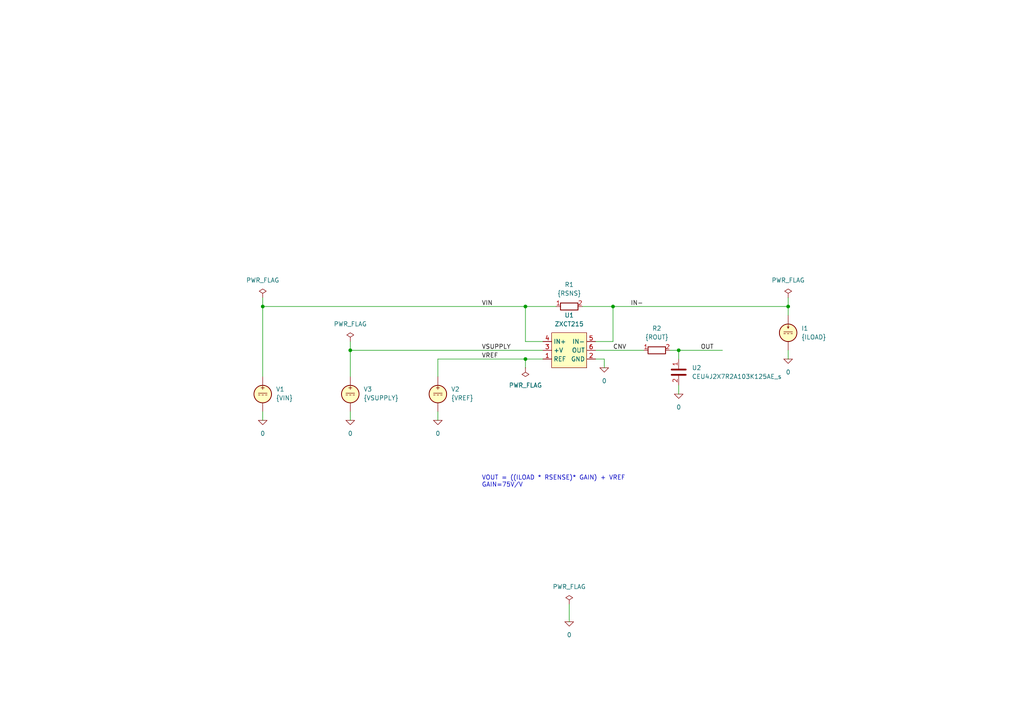
<source format=kicad_sch>
(kicad_sch
	(version 20250114)
	(generator "eeschema")
	(generator_version "9.0")
	(uuid "6f7ae31c-d2c5-4fd1-b091-40585c958a92")
	(paper "A4")
	(title_block
		(title "26V, Zero-Drift, High-Precision Current Monitor. 75V/V.")
		(date "2025-06-23")
		(rev "1")
		(company "astroelectronic@")
		(comment 1 "-")
		(comment 2 "-")
		(comment 3 "-")
		(comment 4 "AE01001215")
	)
	(lib_symbols
		(symbol "ZXCT215:0"
			(power)
			(pin_numbers
				(hide yes)
			)
			(pin_names
				(offset 0)
				(hide yes)
			)
			(exclude_from_sim no)
			(in_bom yes)
			(on_board yes)
			(property "Reference" "#GND"
				(at 0 -5.08 0)
				(effects
					(font
						(size 1.27 1.27)
					)
					(hide yes)
				)
			)
			(property "Value" "0"
				(at 0 -2.54 0)
				(effects
					(font
						(size 1.27 1.27)
					)
				)
			)
			(property "Footprint" ""
				(at 0 0 0)
				(effects
					(font
						(size 1.27 1.27)
					)
					(hide yes)
				)
			)
			(property "Datasheet" "https://ngspice.sourceforge.io/docs/ngspice-html-manual/manual.xhtml#subsec_Circuit_elements__device"
				(at 0 -10.16 0)
				(effects
					(font
						(size 1.27 1.27)
					)
					(hide yes)
				)
			)
			(property "Description" "0V reference potential for simulation"
				(at 0 -7.62 0)
				(effects
					(font
						(size 1.27 1.27)
					)
					(hide yes)
				)
			)
			(property "ki_keywords" "simulation"
				(at 0 0 0)
				(effects
					(font
						(size 1.27 1.27)
					)
					(hide yes)
				)
			)
			(symbol "0_0_1"
				(polyline
					(pts
						(xy -1.27 0) (xy 0 -1.27) (xy 1.27 0) (xy -1.27 0)
					)
					(stroke
						(width 0)
						(type default)
					)
					(fill
						(type none)
					)
				)
			)
			(symbol "0_1_1"
				(pin power_in line
					(at 0 0 0)
					(length 0)
					(name "~"
						(effects
							(font
								(size 1.016 1.016)
							)
						)
					)
					(number "1"
						(effects
							(font
								(size 1.016 1.016)
							)
						)
					)
				)
			)
			(embedded_fonts no)
		)
		(symbol "ZXCT215:C"
			(pin_names
				(offset 0.254)
				(hide yes)
			)
			(exclude_from_sim no)
			(in_bom yes)
			(on_board yes)
			(property "Reference" "C"
				(at 0.635 2.54 0)
				(effects
					(font
						(size 1.27 1.27)
					)
					(justify left)
				)
			)
			(property "Value" "C"
				(at 0.635 -2.54 0)
				(effects
					(font
						(size 1.27 1.27)
					)
					(justify left)
				)
			)
			(property "Footprint" ""
				(at 0.9652 -3.81 0)
				(effects
					(font
						(size 1.27 1.27)
					)
					(hide yes)
				)
			)
			(property "Datasheet" "~"
				(at 0 0 0)
				(effects
					(font
						(size 1.27 1.27)
					)
					(hide yes)
				)
			)
			(property "Description" "Unpolarized capacitor"
				(at 0 0 0)
				(effects
					(font
						(size 1.27 1.27)
					)
					(hide yes)
				)
			)
			(property "ki_keywords" "cap capacitor"
				(at 0 0 0)
				(effects
					(font
						(size 1.27 1.27)
					)
					(hide yes)
				)
			)
			(property "ki_fp_filters" "C_*"
				(at 0 0 0)
				(effects
					(font
						(size 1.27 1.27)
					)
					(hide yes)
				)
			)
			(symbol "C_0_1"
				(polyline
					(pts
						(xy -2.032 0.762) (xy 2.032 0.762)
					)
					(stroke
						(width 0.508)
						(type default)
					)
					(fill
						(type none)
					)
				)
				(polyline
					(pts
						(xy -2.032 -0.762) (xy 2.032 -0.762)
					)
					(stroke
						(width 0.508)
						(type default)
					)
					(fill
						(type none)
					)
				)
			)
			(symbol "C_1_1"
				(pin passive line
					(at 0 3.81 270)
					(length 2.794)
					(name "~"
						(effects
							(font
								(size 1.27 1.27)
							)
						)
					)
					(number "1"
						(effects
							(font
								(size 1.27 1.27)
							)
						)
					)
				)
				(pin passive line
					(at 0 -3.81 90)
					(length 2.794)
					(name "~"
						(effects
							(font
								(size 1.27 1.27)
							)
						)
					)
					(number "2"
						(effects
							(font
								(size 1.27 1.27)
							)
						)
					)
				)
			)
			(embedded_fonts no)
		)
		(symbol "ZXCT215:IDC"
			(pin_numbers
				(hide yes)
			)
			(pin_names
				(offset 0.0254)
			)
			(exclude_from_sim no)
			(in_bom yes)
			(on_board yes)
			(property "Reference" "I"
				(at 2.54 2.54 0)
				(effects
					(font
						(size 1.27 1.27)
					)
					(justify left)
				)
			)
			(property "Value" "1"
				(at 2.54 0 0)
				(effects
					(font
						(size 1.27 1.27)
					)
					(justify left)
				)
			)
			(property "Footprint" ""
				(at 0 0 0)
				(effects
					(font
						(size 1.27 1.27)
					)
					(hide yes)
				)
			)
			(property "Datasheet" "https://ngspice.sourceforge.io/docs/ngspice-html-manual/manual.xhtml#sec_Independent_Sources_for"
				(at 0 0 0)
				(effects
					(font
						(size 1.27 1.27)
					)
					(hide yes)
				)
			)
			(property "Description" "Current source, DC"
				(at 0 0 0)
				(effects
					(font
						(size 1.27 1.27)
					)
					(hide yes)
				)
			)
			(property "Sim.Pins" "1=+ 2=-"
				(at 0 0 0)
				(effects
					(font
						(size 1.27 1.27)
					)
					(hide yes)
				)
			)
			(property "Sim.Type" "DC"
				(at 0 0 0)
				(effects
					(font
						(size 1.27 1.27)
					)
					(hide yes)
				)
			)
			(property "Sim.Device" "I"
				(at 0 0 0)
				(effects
					(font
						(size 1.27 1.27)
					)
					(hide yes)
				)
			)
			(property "ki_keywords" "simulation"
				(at 0 0 0)
				(effects
					(font
						(size 1.27 1.27)
					)
					(hide yes)
				)
			)
			(symbol "IDC_0_0"
				(polyline
					(pts
						(xy -1.27 0.254) (xy 1.27 0.254)
					)
					(stroke
						(width 0)
						(type default)
					)
					(fill
						(type none)
					)
				)
				(polyline
					(pts
						(xy -0.762 -0.254) (xy -1.27 -0.254)
					)
					(stroke
						(width 0)
						(type default)
					)
					(fill
						(type none)
					)
				)
				(polyline
					(pts
						(xy 0.254 -0.254) (xy -0.254 -0.254)
					)
					(stroke
						(width 0)
						(type default)
					)
					(fill
						(type none)
					)
				)
				(polyline
					(pts
						(xy 1.27 -0.254) (xy 0.762 -0.254)
					)
					(stroke
						(width 0)
						(type default)
					)
					(fill
						(type none)
					)
				)
			)
			(symbol "IDC_0_1"
				(polyline
					(pts
						(xy -0.254 1.778) (xy 0 1.27) (xy 0.254 1.778)
					)
					(stroke
						(width 0)
						(type default)
					)
					(fill
						(type none)
					)
				)
				(polyline
					(pts
						(xy 0 1.27) (xy 0 2.286)
					)
					(stroke
						(width 0)
						(type default)
					)
					(fill
						(type none)
					)
				)
				(circle
					(center 0 0)
					(radius 2.54)
					(stroke
						(width 0.254)
						(type default)
					)
					(fill
						(type background)
					)
				)
			)
			(symbol "IDC_1_1"
				(pin passive line
					(at 0 5.08 270)
					(length 2.54)
					(name "~"
						(effects
							(font
								(size 1.27 1.27)
							)
						)
					)
					(number "1"
						(effects
							(font
								(size 1.27 1.27)
							)
						)
					)
				)
				(pin passive line
					(at 0 -5.08 90)
					(length 2.54)
					(name "~"
						(effects
							(font
								(size 1.27 1.27)
							)
						)
					)
					(number "2"
						(effects
							(font
								(size 1.27 1.27)
							)
						)
					)
				)
			)
			(embedded_fonts no)
		)
		(symbol "ZXCT215:PWR_FLAG"
			(power)
			(pin_numbers
				(hide yes)
			)
			(pin_names
				(offset 0)
				(hide yes)
			)
			(exclude_from_sim no)
			(in_bom yes)
			(on_board yes)
			(property "Reference" "#FLG"
				(at 0 1.905 0)
				(effects
					(font
						(size 1.27 1.27)
					)
					(hide yes)
				)
			)
			(property "Value" "PWR_FLAG"
				(at 0 3.81 0)
				(effects
					(font
						(size 1.27 1.27)
					)
				)
			)
			(property "Footprint" ""
				(at 0 0 0)
				(effects
					(font
						(size 1.27 1.27)
					)
					(hide yes)
				)
			)
			(property "Datasheet" "~"
				(at 0 0 0)
				(effects
					(font
						(size 1.27 1.27)
					)
					(hide yes)
				)
			)
			(property "Description" "Special symbol for telling ERC where power comes from"
				(at 0 0 0)
				(effects
					(font
						(size 1.27 1.27)
					)
					(hide yes)
				)
			)
			(property "ki_keywords" "flag power"
				(at 0 0 0)
				(effects
					(font
						(size 1.27 1.27)
					)
					(hide yes)
				)
			)
			(symbol "PWR_FLAG_0_0"
				(pin power_out line
					(at 0 0 90)
					(length 0)
					(name "~"
						(effects
							(font
								(size 1.27 1.27)
							)
						)
					)
					(number "1"
						(effects
							(font
								(size 1.27 1.27)
							)
						)
					)
				)
			)
			(symbol "PWR_FLAG_0_1"
				(polyline
					(pts
						(xy 0 0) (xy 0 1.27) (xy -1.016 1.905) (xy 0 2.54) (xy 1.016 1.905) (xy 0 1.27)
					)
					(stroke
						(width 0)
						(type default)
					)
					(fill
						(type none)
					)
				)
			)
			(embedded_fonts no)
		)
		(symbol "ZXCT215:R"
			(pin_names
				(offset 0)
				(hide yes)
			)
			(exclude_from_sim no)
			(in_bom yes)
			(on_board yes)
			(property "Reference" "R"
				(at 2.032 0 90)
				(effects
					(font
						(size 1.27 1.27)
					)
				)
			)
			(property "Value" "R"
				(at 0 0 90)
				(effects
					(font
						(size 1.27 1.27)
					)
				)
			)
			(property "Footprint" ""
				(at -1.778 0 90)
				(effects
					(font
						(size 1.27 1.27)
					)
					(hide yes)
				)
			)
			(property "Datasheet" "~"
				(at 0 0 0)
				(effects
					(font
						(size 1.27 1.27)
					)
					(hide yes)
				)
			)
			(property "Description" "Resistor"
				(at 0 0 0)
				(effects
					(font
						(size 1.27 1.27)
					)
					(hide yes)
				)
			)
			(property "ki_keywords" "R res resistor"
				(at 0 0 0)
				(effects
					(font
						(size 1.27 1.27)
					)
					(hide yes)
				)
			)
			(property "ki_fp_filters" "R_*"
				(at 0 0 0)
				(effects
					(font
						(size 1.27 1.27)
					)
					(hide yes)
				)
			)
			(symbol "R_0_1"
				(rectangle
					(start -1.016 -2.54)
					(end 1.016 2.54)
					(stroke
						(width 0.254)
						(type default)
					)
					(fill
						(type none)
					)
				)
			)
			(symbol "R_1_1"
				(pin passive line
					(at 0 3.81 270)
					(length 1.27)
					(name "~"
						(effects
							(font
								(size 1.27 1.27)
							)
						)
					)
					(number "1"
						(effects
							(font
								(size 1.27 1.27)
							)
						)
					)
				)
				(pin passive line
					(at 0 -3.81 90)
					(length 1.27)
					(name "~"
						(effects
							(font
								(size 1.27 1.27)
							)
						)
					)
					(number "2"
						(effects
							(font
								(size 1.27 1.27)
							)
						)
					)
				)
			)
			(embedded_fonts no)
		)
		(symbol "ZXCT215:VDC"
			(pin_numbers
				(hide yes)
			)
			(pin_names
				(offset 0.0254)
			)
			(exclude_from_sim no)
			(in_bom yes)
			(on_board yes)
			(property "Reference" "V"
				(at 2.54 2.54 0)
				(effects
					(font
						(size 1.27 1.27)
					)
					(justify left)
				)
			)
			(property "Value" "1"
				(at 2.54 0 0)
				(effects
					(font
						(size 1.27 1.27)
					)
					(justify left)
				)
			)
			(property "Footprint" ""
				(at 0 0 0)
				(effects
					(font
						(size 1.27 1.27)
					)
					(hide yes)
				)
			)
			(property "Datasheet" "https://ngspice.sourceforge.io/docs/ngspice-html-manual/manual.xhtml#sec_Independent_Sources_for"
				(at 0 0 0)
				(effects
					(font
						(size 1.27 1.27)
					)
					(hide yes)
				)
			)
			(property "Description" "Voltage source, DC"
				(at 0 0 0)
				(effects
					(font
						(size 1.27 1.27)
					)
					(hide yes)
				)
			)
			(property "Sim.Pins" "1=+ 2=-"
				(at 0 0 0)
				(effects
					(font
						(size 1.27 1.27)
					)
					(hide yes)
				)
			)
			(property "Sim.Type" "DC"
				(at 0 0 0)
				(effects
					(font
						(size 1.27 1.27)
					)
					(hide yes)
				)
			)
			(property "Sim.Device" "V"
				(at 0 0 0)
				(effects
					(font
						(size 1.27 1.27)
					)
					(justify left)
					(hide yes)
				)
			)
			(property "ki_keywords" "simulation"
				(at 0 0 0)
				(effects
					(font
						(size 1.27 1.27)
					)
					(hide yes)
				)
			)
			(symbol "VDC_0_0"
				(polyline
					(pts
						(xy -1.27 0.254) (xy 1.27 0.254)
					)
					(stroke
						(width 0)
						(type default)
					)
					(fill
						(type none)
					)
				)
				(polyline
					(pts
						(xy -0.762 -0.254) (xy -1.27 -0.254)
					)
					(stroke
						(width 0)
						(type default)
					)
					(fill
						(type none)
					)
				)
				(polyline
					(pts
						(xy 0.254 -0.254) (xy -0.254 -0.254)
					)
					(stroke
						(width 0)
						(type default)
					)
					(fill
						(type none)
					)
				)
				(polyline
					(pts
						(xy 1.27 -0.254) (xy 0.762 -0.254)
					)
					(stroke
						(width 0)
						(type default)
					)
					(fill
						(type none)
					)
				)
				(text "+"
					(at 0 1.905 0)
					(effects
						(font
							(size 1.27 1.27)
						)
					)
				)
			)
			(symbol "VDC_0_1"
				(circle
					(center 0 0)
					(radius 2.54)
					(stroke
						(width 0.254)
						(type default)
					)
					(fill
						(type background)
					)
				)
			)
			(symbol "VDC_1_1"
				(pin passive line
					(at 0 5.08 270)
					(length 2.54)
					(name "~"
						(effects
							(font
								(size 1.27 1.27)
							)
						)
					)
					(number "1"
						(effects
							(font
								(size 1.27 1.27)
							)
						)
					)
				)
				(pin passive line
					(at 0 -5.08 90)
					(length 2.54)
					(name "~"
						(effects
							(font
								(size 1.27 1.27)
							)
						)
					)
					(number "2"
						(effects
							(font
								(size 1.27 1.27)
							)
						)
					)
				)
			)
			(embedded_fonts no)
		)
		(symbol "ZXCT215:ZXCT215"
			(exclude_from_sim no)
			(in_bom yes)
			(on_board yes)
			(property "Reference" "U"
				(at 0 8.636 0)
				(effects
					(font
						(size 1.27 1.27)
					)
				)
			)
			(property "Value" "ZXCT215"
				(at 0 6.35 0)
				(effects
					(font
						(size 1.27 1.27)
					)
				)
			)
			(property "Footprint" ""
				(at 0 0 0)
				(effects
					(font
						(size 1.27 1.27)
					)
					(hide yes)
				)
			)
			(property "Datasheet" ""
				(at 0 0 0)
				(effects
					(font
						(size 1.27 1.27)
					)
					(hide yes)
				)
			)
			(property "Description" ""
				(at 0 0 0)
				(effects
					(font
						(size 1.27 1.27)
					)
					(hide yes)
				)
			)
			(symbol "ZXCT215_1_1"
				(rectangle
					(start -5.08 5.08)
					(end 5.08 -5.08)
					(stroke
						(width 0)
						(type solid)
					)
					(fill
						(type background)
					)
				)
				(pin passive line
					(at -7.62 2.54 0)
					(length 2.54)
					(name "IN+"
						(effects
							(font
								(size 1.27 1.27)
							)
						)
					)
					(number "4"
						(effects
							(font
								(size 1.27 1.27)
							)
						)
					)
				)
				(pin passive line
					(at -7.62 0 0)
					(length 2.54)
					(name "+V"
						(effects
							(font
								(size 1.27 1.27)
							)
						)
					)
					(number "3"
						(effects
							(font
								(size 1.27 1.27)
							)
						)
					)
				)
				(pin passive line
					(at -7.62 -2.54 0)
					(length 2.54)
					(name "REF"
						(effects
							(font
								(size 1.27 1.27)
							)
						)
					)
					(number "1"
						(effects
							(font
								(size 1.27 1.27)
							)
						)
					)
				)
				(pin passive line
					(at 7.62 2.54 180)
					(length 2.54)
					(name "IN-"
						(effects
							(font
								(size 1.27 1.27)
							)
						)
					)
					(number "5"
						(effects
							(font
								(size 1.27 1.27)
							)
						)
					)
				)
				(pin passive line
					(at 7.62 0 180)
					(length 2.54)
					(name "OUT"
						(effects
							(font
								(size 1.27 1.27)
							)
						)
					)
					(number "6"
						(effects
							(font
								(size 1.27 1.27)
							)
						)
					)
				)
				(pin passive line
					(at 7.62 -2.54 180)
					(length 2.54)
					(name "GND"
						(effects
							(font
								(size 1.27 1.27)
							)
						)
					)
					(number "2"
						(effects
							(font
								(size 1.27 1.27)
							)
						)
					)
				)
			)
			(embedded_fonts no)
		)
	)
	(text "VOUT = ((ILOAD * RSENSE)* GAIN) + VREF\nGAIN=75V/V"
		(exclude_from_sim no)
		(at 139.7 139.7 0)
		(effects
			(font
				(size 1.27 1.27)
			)
			(justify left)
		)
		(uuid "4abfb38a-06b6-4434-be9d-feead3f3f1ab")
	)
	(junction
		(at 196.85 101.6)
		(diameter 0)
		(color 0 0 0 0)
		(uuid "2f236f39-7d34-4929-bec5-5b6624a58320")
	)
	(junction
		(at 101.6 101.6)
		(diameter 0)
		(color 0 0 0 0)
		(uuid "658cd9c6-94fb-41a3-a16c-ca98d9e01fdc")
	)
	(junction
		(at 152.4 104.14)
		(diameter 0)
		(color 0 0 0 0)
		(uuid "6db84c7e-3ce4-4239-b07e-146d62542722")
	)
	(junction
		(at 76.2 88.9)
		(diameter 0)
		(color 0 0 0 0)
		(uuid "761658ec-4933-4716-bd73-f9bb3dae5e99")
	)
	(junction
		(at 152.4 88.9)
		(diameter 0)
		(color 0 0 0 0)
		(uuid "8e5ff2c4-c48a-4393-a199-1ca0763250c9")
	)
	(junction
		(at 228.6 88.9)
		(diameter 0)
		(color 0 0 0 0)
		(uuid "e259a6d5-a015-4bcf-b736-89b1af245fd5")
	)
	(junction
		(at 177.8 88.9)
		(diameter 0)
		(color 0 0 0 0)
		(uuid "e980e296-f652-4d5b-84a3-70073b89074f")
	)
	(wire
		(pts
			(xy 152.4 104.14) (xy 152.4 106.68)
		)
		(stroke
			(width 0)
			(type default)
		)
		(uuid "09c157ba-b174-44b5-b0ee-6faf22421eda")
	)
	(wire
		(pts
			(xy 152.4 104.14) (xy 157.48 104.14)
		)
		(stroke
			(width 0)
			(type default)
		)
		(uuid "0ccdd5ca-68da-476b-adee-4f27c6220a32")
	)
	(wire
		(pts
			(xy 127 104.14) (xy 152.4 104.14)
		)
		(stroke
			(width 0)
			(type default)
		)
		(uuid "11bb6c2c-6608-4de6-a0c5-022883eeb81c")
	)
	(wire
		(pts
			(xy 228.6 86.36) (xy 228.6 88.9)
		)
		(stroke
			(width 0)
			(type default)
		)
		(uuid "17a2ce5b-bec7-4943-b305-dc8dcf756ca6")
	)
	(wire
		(pts
			(xy 196.85 101.6) (xy 196.85 104.14)
		)
		(stroke
			(width 0)
			(type default)
		)
		(uuid "1f319259-2b0a-4e57-bf9a-5fb13c983095")
	)
	(wire
		(pts
			(xy 157.48 99.06) (xy 152.4 99.06)
		)
		(stroke
			(width 0)
			(type default)
		)
		(uuid "323059bb-4bf8-43b3-9fbe-cf049762be94")
	)
	(wire
		(pts
			(xy 152.4 88.9) (xy 161.29 88.9)
		)
		(stroke
			(width 0)
			(type default)
		)
		(uuid "399d7c05-fc92-4dde-babc-fb093c8fc20a")
	)
	(wire
		(pts
			(xy 172.72 99.06) (xy 177.8 99.06)
		)
		(stroke
			(width 0)
			(type default)
		)
		(uuid "3a831dbe-23a8-4f9a-b169-9eceb435fc59")
	)
	(wire
		(pts
			(xy 101.6 101.6) (xy 101.6 109.22)
		)
		(stroke
			(width 0)
			(type default)
		)
		(uuid "4386f2fe-0f4c-44d7-ae9b-9e32910b9618")
	)
	(wire
		(pts
			(xy 165.1 175.26) (xy 165.1 180.34)
		)
		(stroke
			(width 0)
			(type default)
		)
		(uuid "442d2305-8ace-46cd-b955-5a07cdd018fe")
	)
	(wire
		(pts
			(xy 76.2 86.36) (xy 76.2 88.9)
		)
		(stroke
			(width 0)
			(type default)
		)
		(uuid "49a582cb-b6a5-4d4c-9685-14a1ffb8b484")
	)
	(wire
		(pts
			(xy 177.8 88.9) (xy 168.91 88.9)
		)
		(stroke
			(width 0)
			(type default)
		)
		(uuid "4c570115-02f9-45de-b47e-be7b4bba24e1")
	)
	(wire
		(pts
			(xy 194.31 101.6) (xy 196.85 101.6)
		)
		(stroke
			(width 0)
			(type default)
		)
		(uuid "5313f571-594c-4f8c-b85f-f24c62bcb4eb")
	)
	(wire
		(pts
			(xy 177.8 99.06) (xy 177.8 88.9)
		)
		(stroke
			(width 0)
			(type default)
		)
		(uuid "5c15eaa2-159c-4838-bb79-08c451dae7ce")
	)
	(wire
		(pts
			(xy 196.85 101.6) (xy 209.55 101.6)
		)
		(stroke
			(width 0)
			(type default)
		)
		(uuid "6ecaae05-3f12-4f85-b692-1c9f700d32d3")
	)
	(wire
		(pts
			(xy 172.72 101.6) (xy 186.69 101.6)
		)
		(stroke
			(width 0)
			(type default)
		)
		(uuid "7b4ffe43-8fd8-4acb-aa78-2da35b833311")
	)
	(wire
		(pts
			(xy 175.26 104.14) (xy 172.72 104.14)
		)
		(stroke
			(width 0)
			(type default)
		)
		(uuid "7fb5426c-73b6-4e6d-9428-4f54dd1ee591")
	)
	(wire
		(pts
			(xy 127 104.14) (xy 127 109.22)
		)
		(stroke
			(width 0)
			(type default)
		)
		(uuid "839ae750-7276-44d3-a05e-682be497e428")
	)
	(wire
		(pts
			(xy 127 119.38) (xy 127 121.92)
		)
		(stroke
			(width 0)
			(type default)
		)
		(uuid "9b419d37-6090-4f4c-a5b7-3f76ddd0f37f")
	)
	(wire
		(pts
			(xy 175.26 106.68) (xy 175.26 104.14)
		)
		(stroke
			(width 0)
			(type default)
		)
		(uuid "9dcb82aa-6353-48e8-8284-3d7741e06c34")
	)
	(wire
		(pts
			(xy 228.6 88.9) (xy 228.6 91.44)
		)
		(stroke
			(width 0)
			(type default)
		)
		(uuid "ab9a315c-feb7-44b7-9816-6a513c88fc27")
	)
	(wire
		(pts
			(xy 228.6 101.6) (xy 228.6 104.14)
		)
		(stroke
			(width 0)
			(type default)
		)
		(uuid "ac9f1721-a190-4592-8071-20f40fd95a3d")
	)
	(wire
		(pts
			(xy 76.2 88.9) (xy 152.4 88.9)
		)
		(stroke
			(width 0)
			(type default)
		)
		(uuid "af26af5e-62e4-4403-9afb-f7e042937f4c")
	)
	(wire
		(pts
			(xy 76.2 119.38) (xy 76.2 121.92)
		)
		(stroke
			(width 0)
			(type default)
		)
		(uuid "b77d0520-136c-48d6-bf5f-97fcbd5fefd7")
	)
	(wire
		(pts
			(xy 196.85 111.76) (xy 196.85 114.3)
		)
		(stroke
			(width 0)
			(type default)
		)
		(uuid "bebbca2c-026f-413b-9ea7-031e2d0a3c3f")
	)
	(wire
		(pts
			(xy 76.2 88.9) (xy 76.2 109.22)
		)
		(stroke
			(width 0)
			(type default)
		)
		(uuid "dd111956-bb21-46d6-95f3-abb657db7d5e")
	)
	(wire
		(pts
			(xy 177.8 88.9) (xy 228.6 88.9)
		)
		(stroke
			(width 0)
			(type default)
		)
		(uuid "dd6e8caf-43df-44f7-b567-9f3e1a64cf57")
	)
	(wire
		(pts
			(xy 101.6 119.38) (xy 101.6 121.92)
		)
		(stroke
			(width 0)
			(type default)
		)
		(uuid "f43c9f2a-8d98-42dd-af60-155477dfcfc1")
	)
	(wire
		(pts
			(xy 152.4 99.06) (xy 152.4 88.9)
		)
		(stroke
			(width 0)
			(type default)
		)
		(uuid "f94ae23f-061d-404e-a843-a2e71c2ec058")
	)
	(wire
		(pts
			(xy 101.6 101.6) (xy 157.48 101.6)
		)
		(stroke
			(width 0)
			(type default)
		)
		(uuid "fcfe1382-464a-454e-a0e9-3dbfef6f6bc4")
	)
	(wire
		(pts
			(xy 101.6 99.06) (xy 101.6 101.6)
		)
		(stroke
			(width 0)
			(type default)
		)
		(uuid "ff7f8dcc-44fe-4e7b-a23d-ef27292ca8ca")
	)
	(label "IN-"
		(at 182.88 88.9 0)
		(effects
			(font
				(size 1.27 1.27)
			)
			(justify left bottom)
		)
		(uuid "29439d11-f22c-46d6-99c6-11b5476e85d7")
	)
	(label "OUT"
		(at 203.2 101.6 0)
		(effects
			(font
				(size 1.27 1.27)
			)
			(justify left bottom)
		)
		(uuid "31fafc85-dae2-47ce-ad50-d10bad0076e4")
	)
	(label "CNV"
		(at 177.8 101.6 0)
		(effects
			(font
				(size 1.27 1.27)
			)
			(justify left bottom)
		)
		(uuid "37223e26-a5f9-4083-b398-5dee38431b07")
	)
	(label "VREF"
		(at 139.7 104.14 0)
		(effects
			(font
				(size 1.27 1.27)
			)
			(justify left bottom)
		)
		(uuid "b7738eaf-1c7a-48ff-98af-c88841c0da61")
	)
	(label "VIN"
		(at 139.7 88.9 0)
		(effects
			(font
				(size 1.27 1.27)
			)
			(justify left bottom)
		)
		(uuid "bceda303-a5ab-4320-b28b-14fd7949248c")
	)
	(label "VSUPPLY"
		(at 139.7 101.6 0)
		(effects
			(font
				(size 1.27 1.27)
			)
			(justify left bottom)
		)
		(uuid "ea3afc9f-d94c-4694-a50c-e91dbc76542e")
	)
	(symbol
		(lib_id "ZXCT215:R")
		(at 165.1 88.9 90)
		(unit 1)
		(exclude_from_sim no)
		(in_bom yes)
		(on_board yes)
		(dnp no)
		(fields_autoplaced yes)
		(uuid "0c7cd91c-c0e7-4c64-adc8-61d938c1cda4")
		(property "Reference" "R1"
			(at 165.1 82.55 90)
			(effects
				(font
					(size 1.27 1.27)
				)
			)
		)
		(property "Value" "{RSNS}"
			(at 165.1 85.09 90)
			(effects
				(font
					(size 1.27 1.27)
				)
			)
		)
		(property "Footprint" ""
			(at 165.1 90.678 90)
			(effects
				(font
					(size 1.27 1.27)
				)
				(hide yes)
			)
		)
		(property "Datasheet" "~"
			(at 165.1 88.9 0)
			(effects
				(font
					(size 1.27 1.27)
				)
				(hide yes)
			)
		)
		(property "Description" "Resistor"
			(at 165.1 88.9 0)
			(effects
				(font
					(size 1.27 1.27)
				)
				(hide yes)
			)
		)
		(pin "2"
			(uuid "f3f21b90-08da-4eb0-bd89-61f241db5ebd")
		)
		(pin "1"
			(uuid "c0e3f967-b0f6-46f1-a443-dc201580d94e")
		)
		(instances
			(project "ZXCT215"
				(path "/6f7ae31c-d2c5-4fd1-b091-40585c958a92"
					(reference "R1")
					(unit 1)
				)
			)
		)
	)
	(symbol
		(lib_id "ZXCT215:0")
		(at 175.26 106.68 0)
		(unit 1)
		(exclude_from_sim no)
		(in_bom yes)
		(on_board yes)
		(dnp no)
		(fields_autoplaced yes)
		(uuid "1131f058-b6cd-40f2-aa93-900d693e5a89")
		(property "Reference" "#GND03"
			(at 175.26 111.76 0)
			(effects
				(font
					(size 1.27 1.27)
				)
				(hide yes)
			)
		)
		(property "Value" "0"
			(at 175.26 110.49 0)
			(effects
				(font
					(size 1.27 1.27)
				)
			)
		)
		(property "Footprint" ""
			(at 175.26 106.68 0)
			(effects
				(font
					(size 1.27 1.27)
				)
				(hide yes)
			)
		)
		(property "Datasheet" "https://ngspice.sourceforge.io/docs/ngspice-html-manual/manual.xhtml#subsec_Circuit_elements__device"
			(at 175.26 116.84 0)
			(effects
				(font
					(size 1.27 1.27)
				)
				(hide yes)
			)
		)
		(property "Description" "0V reference potential for simulation"
			(at 175.26 114.3 0)
			(effects
				(font
					(size 1.27 1.27)
				)
				(hide yes)
			)
		)
		(pin "1"
			(uuid "98fc72b7-5733-4bb5-b7ae-146d94d91e07")
		)
		(instances
			(project "ZXCT215"
				(path "/6f7ae31c-d2c5-4fd1-b091-40585c958a92"
					(reference "#GND03")
					(unit 1)
				)
			)
		)
	)
	(symbol
		(lib_id "ZXCT215:VDC")
		(at 101.6 114.3 0)
		(unit 1)
		(exclude_from_sim no)
		(in_bom yes)
		(on_board yes)
		(dnp no)
		(fields_autoplaced yes)
		(uuid "305af13e-e1c2-412b-ad8f-1e8c021c7630")
		(property "Reference" "V3"
			(at 105.41 112.9001 0)
			(effects
				(font
					(size 1.27 1.27)
				)
				(justify left)
			)
		)
		(property "Value" "{VSUPPLY}"
			(at 105.41 115.4401 0)
			(effects
				(font
					(size 1.27 1.27)
				)
				(justify left)
			)
		)
		(property "Footprint" ""
			(at 101.6 114.3 0)
			(effects
				(font
					(size 1.27 1.27)
				)
				(hide yes)
			)
		)
		(property "Datasheet" "https://ngspice.sourceforge.io/docs/ngspice-html-manual/manual.xhtml#sec_Independent_Sources_for"
			(at 101.6 114.3 0)
			(effects
				(font
					(size 1.27 1.27)
				)
				(hide yes)
			)
		)
		(property "Description" "Voltage source, DC"
			(at 101.6 114.3 0)
			(effects
				(font
					(size 1.27 1.27)
				)
				(hide yes)
			)
		)
		(property "Sim.Pins" "1=+ 2=-"
			(at 101.6 114.3 0)
			(effects
				(font
					(size 1.27 1.27)
				)
				(hide yes)
			)
		)
		(property "Sim.Type" "DC"
			(at 101.6 114.3 0)
			(effects
				(font
					(size 1.27 1.27)
				)
				(hide yes)
			)
		)
		(property "Sim.Device" "V"
			(at 101.6 114.3 0)
			(effects
				(font
					(size 1.27 1.27)
				)
				(justify left)
				(hide yes)
			)
		)
		(pin "1"
			(uuid "3ac4f2dd-88d2-4d82-a1be-5bf43375448a")
		)
		(pin "2"
			(uuid "e93c9aef-7d62-43a0-81c0-7536d160ee4d")
		)
		(instances
			(project "ZXCT215"
				(path "/6f7ae31c-d2c5-4fd1-b091-40585c958a92"
					(reference "V3")
					(unit 1)
				)
			)
		)
	)
	(symbol
		(lib_id "ZXCT215:R")
		(at 190.5 101.6 90)
		(unit 1)
		(exclude_from_sim no)
		(in_bom yes)
		(on_board yes)
		(dnp no)
		(fields_autoplaced yes)
		(uuid "433e41b9-94f5-4a9a-ab82-c3426a2f00d5")
		(property "Reference" "R2"
			(at 190.5 95.25 90)
			(effects
				(font
					(size 1.27 1.27)
				)
			)
		)
		(property "Value" "{ROUT}"
			(at 190.5 97.79 90)
			(effects
				(font
					(size 1.27 1.27)
				)
			)
		)
		(property "Footprint" ""
			(at 190.5 103.378 90)
			(effects
				(font
					(size 1.27 1.27)
				)
				(hide yes)
			)
		)
		(property "Datasheet" "~"
			(at 190.5 101.6 0)
			(effects
				(font
					(size 1.27 1.27)
				)
				(hide yes)
			)
		)
		(property "Description" "Resistor"
			(at 190.5 101.6 0)
			(effects
				(font
					(size 1.27 1.27)
				)
				(hide yes)
			)
		)
		(pin "1"
			(uuid "1ff46e8e-c297-454c-b2c3-e485f03ec0e0")
		)
		(pin "2"
			(uuid "22080368-1c3f-47a2-b5af-be61e27138ec")
		)
		(instances
			(project "ZXCT215"
				(path "/6f7ae31c-d2c5-4fd1-b091-40585c958a92"
					(reference "R2")
					(unit 1)
				)
			)
		)
	)
	(symbol
		(lib_id "ZXCT215:VDC")
		(at 127 114.3 0)
		(unit 1)
		(exclude_from_sim no)
		(in_bom yes)
		(on_board yes)
		(dnp no)
		(fields_autoplaced yes)
		(uuid "50c67927-cf69-4f2d-8485-0d6ab0f6578c")
		(property "Reference" "V2"
			(at 130.81 112.9001 0)
			(effects
				(font
					(size 1.27 1.27)
				)
				(justify left)
			)
		)
		(property "Value" "{VREF}"
			(at 130.81 115.4401 0)
			(effects
				(font
					(size 1.27 1.27)
				)
				(justify left)
			)
		)
		(property "Footprint" ""
			(at 127 114.3 0)
			(effects
				(font
					(size 1.27 1.27)
				)
				(hide yes)
			)
		)
		(property "Datasheet" "https://ngspice.sourceforge.io/docs/ngspice-html-manual/manual.xhtml#sec_Independent_Sources_for"
			(at 127 114.3 0)
			(effects
				(font
					(size 1.27 1.27)
				)
				(hide yes)
			)
		)
		(property "Description" "Voltage source, DC"
			(at 127 114.3 0)
			(effects
				(font
					(size 1.27 1.27)
				)
				(hide yes)
			)
		)
		(property "Sim.Pins" "1=+ 2=-"
			(at 127 114.3 0)
			(effects
				(font
					(size 1.27 1.27)
				)
				(hide yes)
			)
		)
		(property "Sim.Type" "DC"
			(at 127 114.3 0)
			(effects
				(font
					(size 1.27 1.27)
				)
				(hide yes)
			)
		)
		(property "Sim.Device" "V"
			(at 127 114.3 0)
			(effects
				(font
					(size 1.27 1.27)
				)
				(justify left)
				(hide yes)
			)
		)
		(pin "1"
			(uuid "3629ff4d-9bb1-48b4-be7f-b29f72b47046")
		)
		(pin "2"
			(uuid "eaf1f530-9dd1-4817-9fc2-1e9bc2d70c3a")
		)
		(instances
			(project "ZXCT215"
				(path "/6f7ae31c-d2c5-4fd1-b091-40585c958a92"
					(reference "V2")
					(unit 1)
				)
			)
		)
	)
	(symbol
		(lib_id "ZXCT215:C")
		(at 196.85 107.95 0)
		(unit 1)
		(exclude_from_sim no)
		(in_bom yes)
		(on_board yes)
		(dnp no)
		(fields_autoplaced yes)
		(uuid "55e7f736-2a84-4b0b-ad25-6cf0456dd4be")
		(property "Reference" "U2"
			(at 200.66 106.6799 0)
			(effects
				(font
					(size 1.27 1.27)
				)
				(justify left)
			)
		)
		(property "Value" "CEU4J2X7R2A103K125AE_s"
			(at 200.66 109.2199 0)
			(effects
				(font
					(size 1.27 1.27)
				)
				(justify left)
			)
		)
		(property "Footprint" ""
			(at 197.8152 111.76 0)
			(effects
				(font
					(size 1.27 1.27)
				)
				(hide yes)
			)
		)
		(property "Datasheet" "~"
			(at 196.85 107.95 0)
			(effects
				(font
					(size 1.27 1.27)
				)
				(hide yes)
			)
		)
		(property "Description" "Unpolarized capacitor"
			(at 196.85 107.95 0)
			(effects
				(font
					(size 1.27 1.27)
				)
				(hide yes)
			)
		)
		(property "Sim.Library" "CEU4J2X7R2A103K125AE_s.mod"
			(at 196.85 107.95 0)
			(effects
				(font
					(size 1.27 1.27)
				)
				(hide yes)
			)
		)
		(property "Sim.Name" "CEU4J2X7R2A103K125AE_s"
			(at 196.85 107.95 0)
			(effects
				(font
					(size 1.27 1.27)
				)
				(hide yes)
			)
		)
		(property "Sim.Device" "SUBCKT"
			(at 196.85 107.95 0)
			(effects
				(font
					(size 1.27 1.27)
				)
				(hide yes)
			)
		)
		(property "Sim.Pins" "1=n1 2=n2"
			(at 196.85 107.95 0)
			(effects
				(font
					(size 1.27 1.27)
				)
				(hide yes)
			)
		)
		(pin "1"
			(uuid "fb4d61ac-2e94-4233-8fd0-3d38e63a5754")
		)
		(pin "2"
			(uuid "01176ea5-5ba5-47ac-ac91-9a04e60d24de")
		)
		(instances
			(project "ZXCT215"
				(path "/6f7ae31c-d2c5-4fd1-b091-40585c958a92"
					(reference "U2")
					(unit 1)
				)
			)
		)
	)
	(symbol
		(lib_id "ZXCT215:PWR_FLAG")
		(at 101.6 99.06 0)
		(unit 1)
		(exclude_from_sim no)
		(in_bom yes)
		(on_board yes)
		(dnp no)
		(fields_autoplaced yes)
		(uuid "5d763938-ae1d-443c-8a6d-f7a0d87cbf62")
		(property "Reference" "#FLG02"
			(at 101.6 97.155 0)
			(effects
				(font
					(size 1.27 1.27)
				)
				(hide yes)
			)
		)
		(property "Value" "PWR_FLAG"
			(at 101.6 93.98 0)
			(effects
				(font
					(size 1.27 1.27)
				)
			)
		)
		(property "Footprint" ""
			(at 101.6 99.06 0)
			(effects
				(font
					(size 1.27 1.27)
				)
				(hide yes)
			)
		)
		(property "Datasheet" "~"
			(at 101.6 99.06 0)
			(effects
				(font
					(size 1.27 1.27)
				)
				(hide yes)
			)
		)
		(property "Description" "Special symbol for telling ERC where power comes from"
			(at 101.6 99.06 0)
			(effects
				(font
					(size 1.27 1.27)
				)
				(hide yes)
			)
		)
		(pin "1"
			(uuid "0475346e-99e2-428b-a6aa-b630ac36b211")
		)
		(instances
			(project "ZXCT215"
				(path "/6f7ae31c-d2c5-4fd1-b091-40585c958a92"
					(reference "#FLG02")
					(unit 1)
				)
			)
		)
	)
	(symbol
		(lib_id "ZXCT215:PWR_FLAG")
		(at 76.2 86.36 0)
		(unit 1)
		(exclude_from_sim no)
		(in_bom yes)
		(on_board yes)
		(dnp no)
		(fields_autoplaced yes)
		(uuid "6877cbd2-0b70-439d-a6ff-e01fbea1df65")
		(property "Reference" "#FLG01"
			(at 76.2 84.455 0)
			(effects
				(font
					(size 1.27 1.27)
				)
				(hide yes)
			)
		)
		(property "Value" "PWR_FLAG"
			(at 76.2 81.28 0)
			(effects
				(font
					(size 1.27 1.27)
				)
			)
		)
		(property "Footprint" ""
			(at 76.2 86.36 0)
			(effects
				(font
					(size 1.27 1.27)
				)
				(hide yes)
			)
		)
		(property "Datasheet" "~"
			(at 76.2 86.36 0)
			(effects
				(font
					(size 1.27 1.27)
				)
				(hide yes)
			)
		)
		(property "Description" "Special symbol for telling ERC where power comes from"
			(at 76.2 86.36 0)
			(effects
				(font
					(size 1.27 1.27)
				)
				(hide yes)
			)
		)
		(pin "1"
			(uuid "a52d5aaf-619d-4e0b-97c7-a1df07ce4ba8")
		)
		(instances
			(project "ZXCT215"
				(path "/6f7ae31c-d2c5-4fd1-b091-40585c958a92"
					(reference "#FLG01")
					(unit 1)
				)
			)
		)
	)
	(symbol
		(lib_id "ZXCT215:PWR_FLAG")
		(at 152.4 106.68 180)
		(unit 1)
		(exclude_from_sim no)
		(in_bom yes)
		(on_board yes)
		(dnp no)
		(fields_autoplaced yes)
		(uuid "6a26bc85-c794-42d7-a6ae-e554ab194063")
		(property "Reference" "#FLG05"
			(at 152.4 108.585 0)
			(effects
				(font
					(size 1.27 1.27)
				)
				(hide yes)
			)
		)
		(property "Value" "PWR_FLAG"
			(at 152.4 111.76 0)
			(effects
				(font
					(size 1.27 1.27)
				)
			)
		)
		(property "Footprint" ""
			(at 152.4 106.68 0)
			(effects
				(font
					(size 1.27 1.27)
				)
				(hide yes)
			)
		)
		(property "Datasheet" "~"
			(at 152.4 106.68 0)
			(effects
				(font
					(size 1.27 1.27)
				)
				(hide yes)
			)
		)
		(property "Description" "Special symbol for telling ERC where power comes from"
			(at 152.4 106.68 0)
			(effects
				(font
					(size 1.27 1.27)
				)
				(hide yes)
			)
		)
		(pin "1"
			(uuid "a48912e4-6956-42e0-bcf6-aea1a40b50c5")
		)
		(instances
			(project "ZXCT215"
				(path "/6f7ae31c-d2c5-4fd1-b091-40585c958a92"
					(reference "#FLG05")
					(unit 1)
				)
			)
		)
	)
	(symbol
		(lib_id "ZXCT215:PWR_FLAG")
		(at 228.6 86.36 0)
		(unit 1)
		(exclude_from_sim no)
		(in_bom yes)
		(on_board yes)
		(dnp no)
		(fields_autoplaced yes)
		(uuid "84ec9ae9-f4ff-4fc5-8167-4e7e207982e6")
		(property "Reference" "#FLG04"
			(at 228.6 84.455 0)
			(effects
				(font
					(size 1.27 1.27)
				)
				(hide yes)
			)
		)
		(property "Value" "PWR_FLAG"
			(at 228.6 81.28 0)
			(effects
				(font
					(size 1.27 1.27)
				)
			)
		)
		(property "Footprint" ""
			(at 228.6 86.36 0)
			(effects
				(font
					(size 1.27 1.27)
				)
				(hide yes)
			)
		)
		(property "Datasheet" "~"
			(at 228.6 86.36 0)
			(effects
				(font
					(size 1.27 1.27)
				)
				(hide yes)
			)
		)
		(property "Description" "Special symbol for telling ERC where power comes from"
			(at 228.6 86.36 0)
			(effects
				(font
					(size 1.27 1.27)
				)
				(hide yes)
			)
		)
		(pin "1"
			(uuid "bedce9d3-0ab1-4ef6-8b89-630468c5f933")
		)
		(instances
			(project "ZXCT215"
				(path "/6f7ae31c-d2c5-4fd1-b091-40585c958a92"
					(reference "#FLG04")
					(unit 1)
				)
			)
		)
	)
	(symbol
		(lib_id "ZXCT215:ZXCT215")
		(at 165.1 101.6 0)
		(unit 1)
		(exclude_from_sim no)
		(in_bom yes)
		(on_board yes)
		(dnp no)
		(fields_autoplaced yes)
		(uuid "89a50c66-ac90-4bff-85ce-b2da0c035621")
		(property "Reference" "U1"
			(at 165.1 91.44 0)
			(effects
				(font
					(size 1.27 1.27)
				)
			)
		)
		(property "Value" "ZXCT215"
			(at 165.1 93.98 0)
			(effects
				(font
					(size 1.27 1.27)
				)
			)
		)
		(property "Footprint" ""
			(at 165.1 101.6 0)
			(effects
				(font
					(size 1.27 1.27)
				)
				(hide yes)
			)
		)
		(property "Datasheet" ""
			(at 165.1 101.6 0)
			(effects
				(font
					(size 1.27 1.27)
				)
				(hide yes)
			)
		)
		(property "Description" ""
			(at 165.1 101.6 0)
			(effects
				(font
					(size 1.27 1.27)
				)
				(hide yes)
			)
		)
		(property "Sim.Library" "ZXCT215.LIB"
			(at 165.1 101.6 0)
			(effects
				(font
					(size 1.27 1.27)
				)
				(hide yes)
			)
		)
		(property "Sim.Name" "ZXCT215"
			(at 165.1 101.6 0)
			(effects
				(font
					(size 1.27 1.27)
				)
				(hide yes)
			)
		)
		(property "Sim.Device" "SUBCKT"
			(at 165.1 101.6 0)
			(effects
				(font
					(size 1.27 1.27)
				)
				(hide yes)
			)
		)
		(property "Sim.Pins" "1=REF 2=GND 3=V+ 4=IN+ 5=IN- 6=OUT"
			(at 165.1 101.6 0)
			(effects
				(font
					(size 1.27 1.27)
				)
				(hide yes)
			)
		)
		(pin "4"
			(uuid "b713f230-1bbd-4b17-97ae-0a9f1f8c166b")
		)
		(pin "2"
			(uuid "322ed0af-d52d-496c-84d7-c514153a73f7")
		)
		(pin "3"
			(uuid "9e9f2b0d-3301-4665-9ee7-6bdd60edb358")
		)
		(pin "1"
			(uuid "f599da86-1726-47af-981f-3849d4938e77")
		)
		(pin "5"
			(uuid "d2373cf2-96b6-4d1d-96ba-8d9b44961583")
		)
		(pin "6"
			(uuid "c74a1b93-3125-46e3-8bc6-baed0e742b55")
		)
		(instances
			(project ""
				(path "/6f7ae31c-d2c5-4fd1-b091-40585c958a92"
					(reference "U1")
					(unit 1)
				)
			)
		)
	)
	(symbol
		(lib_id "ZXCT215:VDC")
		(at 76.2 114.3 0)
		(unit 1)
		(exclude_from_sim no)
		(in_bom yes)
		(on_board yes)
		(dnp no)
		(fields_autoplaced yes)
		(uuid "a39be161-e283-4196-a761-7f9aa1ceea86")
		(property "Reference" "V1"
			(at 80.01 112.9001 0)
			(effects
				(font
					(size 1.27 1.27)
				)
				(justify left)
			)
		)
		(property "Value" "{VIN}"
			(at 80.01 115.4401 0)
			(effects
				(font
					(size 1.27 1.27)
				)
				(justify left)
			)
		)
		(property "Footprint" ""
			(at 76.2 114.3 0)
			(effects
				(font
					(size 1.27 1.27)
				)
				(hide yes)
			)
		)
		(property "Datasheet" "https://ngspice.sourceforge.io/docs/ngspice-html-manual/manual.xhtml#sec_Independent_Sources_for"
			(at 76.2 114.3 0)
			(effects
				(font
					(size 1.27 1.27)
				)
				(hide yes)
			)
		)
		(property "Description" "Voltage source, DC"
			(at 76.2 114.3 0)
			(effects
				(font
					(size 1.27 1.27)
				)
				(hide yes)
			)
		)
		(property "Sim.Pins" "1=+ 2=-"
			(at 76.2 114.3 0)
			(effects
				(font
					(size 1.27 1.27)
				)
				(hide yes)
			)
		)
		(property "Sim.Type" "DC"
			(at 76.2 114.3 0)
			(effects
				(font
					(size 1.27 1.27)
				)
				(hide yes)
			)
		)
		(property "Sim.Device" "V"
			(at 76.2 114.3 0)
			(effects
				(font
					(size 1.27 1.27)
				)
				(justify left)
				(hide yes)
			)
		)
		(pin "1"
			(uuid "8ea64d18-b73d-4295-adf5-2d6f4d5ab4a9")
		)
		(pin "2"
			(uuid "575b301a-df1a-4219-9694-7fb1866a3af2")
		)
		(instances
			(project "ZXCT215"
				(path "/6f7ae31c-d2c5-4fd1-b091-40585c958a92"
					(reference "V1")
					(unit 1)
				)
			)
		)
	)
	(symbol
		(lib_id "ZXCT215:0")
		(at 76.2 121.92 0)
		(unit 1)
		(exclude_from_sim no)
		(in_bom yes)
		(on_board yes)
		(dnp no)
		(fields_autoplaced yes)
		(uuid "a70e14a0-6ea7-4cea-ae42-31484ac95e64")
		(property "Reference" "#GND01"
			(at 76.2 127 0)
			(effects
				(font
					(size 1.27 1.27)
				)
				(hide yes)
			)
		)
		(property "Value" "0"
			(at 76.2 125.73 0)
			(effects
				(font
					(size 1.27 1.27)
				)
			)
		)
		(property "Footprint" ""
			(at 76.2 121.92 0)
			(effects
				(font
					(size 1.27 1.27)
				)
				(hide yes)
			)
		)
		(property "Datasheet" "https://ngspice.sourceforge.io/docs/ngspice-html-manual/manual.xhtml#subsec_Circuit_elements__device"
			(at 76.2 132.08 0)
			(effects
				(font
					(size 1.27 1.27)
				)
				(hide yes)
			)
		)
		(property "Description" "0V reference potential for simulation"
			(at 76.2 129.54 0)
			(effects
				(font
					(size 1.27 1.27)
				)
				(hide yes)
			)
		)
		(pin "1"
			(uuid "900d7cbc-610d-441a-b297-30837db94881")
		)
		(instances
			(project "ZXCT215"
				(path "/6f7ae31c-d2c5-4fd1-b091-40585c958a92"
					(reference "#GND01")
					(unit 1)
				)
			)
		)
	)
	(symbol
		(lib_id "ZXCT215:IDC")
		(at 228.6 96.52 0)
		(unit 1)
		(exclude_from_sim no)
		(in_bom yes)
		(on_board yes)
		(dnp no)
		(fields_autoplaced yes)
		(uuid "afc11394-5285-4db2-a4f8-258abd6217ec")
		(property "Reference" "I1"
			(at 232.41 95.2499 0)
			(effects
				(font
					(size 1.27 1.27)
				)
				(justify left)
			)
		)
		(property "Value" "{ILOAD}"
			(at 232.41 97.7899 0)
			(effects
				(font
					(size 1.27 1.27)
				)
				(justify left)
			)
		)
		(property "Footprint" ""
			(at 228.6 96.52 0)
			(effects
				(font
					(size 1.27 1.27)
				)
				(hide yes)
			)
		)
		(property "Datasheet" "https://ngspice.sourceforge.io/docs/ngspice-html-manual/manual.xhtml#sec_Independent_Sources_for"
			(at 228.6 96.52 0)
			(effects
				(font
					(size 1.27 1.27)
				)
				(hide yes)
			)
		)
		(property "Description" "Current source, DC"
			(at 228.6 96.52 0)
			(effects
				(font
					(size 1.27 1.27)
				)
				(hide yes)
			)
		)
		(property "Sim.Pins" "1=+ 2=-"
			(at 228.6 96.52 0)
			(effects
				(font
					(size 1.27 1.27)
				)
				(hide yes)
			)
		)
		(property "Sim.Type" "DC"
			(at 228.6 96.52 0)
			(effects
				(font
					(size 1.27 1.27)
				)
				(hide yes)
			)
		)
		(property "Sim.Device" "I"
			(at 228.6 96.52 0)
			(effects
				(font
					(size 1.27 1.27)
				)
				(hide yes)
			)
		)
		(pin "2"
			(uuid "4e3a3f23-b182-4983-810f-45db6f1e80a1")
		)
		(pin "1"
			(uuid "3eb543cf-2178-418f-a2b7-1eee8c5c53f5")
		)
		(instances
			(project "ZXCT215"
				(path "/6f7ae31c-d2c5-4fd1-b091-40585c958a92"
					(reference "I1")
					(unit 1)
				)
			)
		)
	)
	(symbol
		(lib_id "ZXCT215:0")
		(at 196.85 114.3 0)
		(unit 1)
		(exclude_from_sim no)
		(in_bom yes)
		(on_board yes)
		(dnp no)
		(fields_autoplaced yes)
		(uuid "ce03eecf-ad1e-4b43-bdf3-1e8d3c8c4ce5")
		(property "Reference" "#GND07"
			(at 196.85 119.38 0)
			(effects
				(font
					(size 1.27 1.27)
				)
				(hide yes)
			)
		)
		(property "Value" "0"
			(at 196.85 118.11 0)
			(effects
				(font
					(size 1.27 1.27)
				)
			)
		)
		(property "Footprint" ""
			(at 196.85 114.3 0)
			(effects
				(font
					(size 1.27 1.27)
				)
				(hide yes)
			)
		)
		(property "Datasheet" "https://ngspice.sourceforge.io/docs/ngspice-html-manual/manual.xhtml#subsec_Circuit_elements__device"
			(at 196.85 124.46 0)
			(effects
				(font
					(size 1.27 1.27)
				)
				(hide yes)
			)
		)
		(property "Description" "0V reference potential for simulation"
			(at 196.85 121.92 0)
			(effects
				(font
					(size 1.27 1.27)
				)
				(hide yes)
			)
		)
		(pin "1"
			(uuid "277174e6-4b62-49f3-9e61-7088402c5acf")
		)
		(instances
			(project "ZXCT215"
				(path "/6f7ae31c-d2c5-4fd1-b091-40585c958a92"
					(reference "#GND07")
					(unit 1)
				)
			)
		)
	)
	(symbol
		(lib_id "ZXCT215:0")
		(at 101.6 121.92 0)
		(unit 1)
		(exclude_from_sim no)
		(in_bom yes)
		(on_board yes)
		(dnp no)
		(fields_autoplaced yes)
		(uuid "d59a06fe-2fd5-4017-87e0-31ab2ad548ca")
		(property "Reference" "#GND06"
			(at 101.6 127 0)
			(effects
				(font
					(size 1.27 1.27)
				)
				(hide yes)
			)
		)
		(property "Value" "0"
			(at 101.6 125.73 0)
			(effects
				(font
					(size 1.27 1.27)
				)
			)
		)
		(property "Footprint" ""
			(at 101.6 121.92 0)
			(effects
				(font
					(size 1.27 1.27)
				)
				(hide yes)
			)
		)
		(property "Datasheet" "https://ngspice.sourceforge.io/docs/ngspice-html-manual/manual.xhtml#subsec_Circuit_elements__device"
			(at 101.6 132.08 0)
			(effects
				(font
					(size 1.27 1.27)
				)
				(hide yes)
			)
		)
		(property "Description" "0V reference potential for simulation"
			(at 101.6 129.54 0)
			(effects
				(font
					(size 1.27 1.27)
				)
				(hide yes)
			)
		)
		(pin "1"
			(uuid "be14b1b5-e5ab-4936-bb80-228f5b46d2c2")
		)
		(instances
			(project "ZXCT215"
				(path "/6f7ae31c-d2c5-4fd1-b091-40585c958a92"
					(reference "#GND06")
					(unit 1)
				)
			)
		)
	)
	(symbol
		(lib_id "ZXCT215:0")
		(at 165.1 180.34 0)
		(unit 1)
		(exclude_from_sim no)
		(in_bom yes)
		(on_board yes)
		(dnp no)
		(fields_autoplaced yes)
		(uuid "d6757441-d969-4105-9d03-16ccb7779454")
		(property "Reference" "#GND04"
			(at 165.1 185.42 0)
			(effects
				(font
					(size 1.27 1.27)
				)
				(hide yes)
			)
		)
		(property "Value" "0"
			(at 165.1 184.15 0)
			(effects
				(font
					(size 1.27 1.27)
				)
			)
		)
		(property "Footprint" ""
			(at 165.1 180.34 0)
			(effects
				(font
					(size 1.27 1.27)
				)
				(hide yes)
			)
		)
		(property "Datasheet" "https://ngspice.sourceforge.io/docs/ngspice-html-manual/manual.xhtml#subsec_Circuit_elements__device"
			(at 165.1 190.5 0)
			(effects
				(font
					(size 1.27 1.27)
				)
				(hide yes)
			)
		)
		(property "Description" "0V reference potential for simulation"
			(at 165.1 187.96 0)
			(effects
				(font
					(size 1.27 1.27)
				)
				(hide yes)
			)
		)
		(pin "1"
			(uuid "c1cee022-8928-4a2e-8639-de9f0295ffe7")
		)
		(instances
			(project "ZXCT215"
				(path "/6f7ae31c-d2c5-4fd1-b091-40585c958a92"
					(reference "#GND04")
					(unit 1)
				)
			)
		)
	)
	(symbol
		(lib_id "ZXCT215:PWR_FLAG")
		(at 165.1 175.26 0)
		(unit 1)
		(exclude_from_sim no)
		(in_bom yes)
		(on_board yes)
		(dnp no)
		(fields_autoplaced yes)
		(uuid "e64b194b-f087-45fc-a10e-48522604e34b")
		(property "Reference" "#FLG03"
			(at 165.1 173.355 0)
			(effects
				(font
					(size 1.27 1.27)
				)
				(hide yes)
			)
		)
		(property "Value" "PWR_FLAG"
			(at 165.1 170.18 0)
			(effects
				(font
					(size 1.27 1.27)
				)
			)
		)
		(property "Footprint" ""
			(at 165.1 175.26 0)
			(effects
				(font
					(size 1.27 1.27)
				)
				(hide yes)
			)
		)
		(property "Datasheet" "~"
			(at 165.1 175.26 0)
			(effects
				(font
					(size 1.27 1.27)
				)
				(hide yes)
			)
		)
		(property "Description" "Special symbol for telling ERC where power comes from"
			(at 165.1 175.26 0)
			(effects
				(font
					(size 1.27 1.27)
				)
				(hide yes)
			)
		)
		(pin "1"
			(uuid "8edba21a-361e-447b-9868-d83a64d018eb")
		)
		(instances
			(project "ZXCT215"
				(path "/6f7ae31c-d2c5-4fd1-b091-40585c958a92"
					(reference "#FLG03")
					(unit 1)
				)
			)
		)
	)
	(symbol
		(lib_id "ZXCT215:0")
		(at 127 121.92 0)
		(unit 1)
		(exclude_from_sim no)
		(in_bom yes)
		(on_board yes)
		(dnp no)
		(fields_autoplaced yes)
		(uuid "eb9cd223-9405-4ab2-a1d2-25f20a77a1e6")
		(property "Reference" "#GND02"
			(at 127 127 0)
			(effects
				(font
					(size 1.27 1.27)
				)
				(hide yes)
			)
		)
		(property "Value" "0"
			(at 127 125.73 0)
			(effects
				(font
					(size 1.27 1.27)
				)
			)
		)
		(property "Footprint" ""
			(at 127 121.92 0)
			(effects
				(font
					(size 1.27 1.27)
				)
				(hide yes)
			)
		)
		(property "Datasheet" "https://ngspice.sourceforge.io/docs/ngspice-html-manual/manual.xhtml#subsec_Circuit_elements__device"
			(at 127 132.08 0)
			(effects
				(font
					(size 1.27 1.27)
				)
				(hide yes)
			)
		)
		(property "Description" "0V reference potential for simulation"
			(at 127 129.54 0)
			(effects
				(font
					(size 1.27 1.27)
				)
				(hide yes)
			)
		)
		(pin "1"
			(uuid "f7e38aa0-0ee4-440c-a1de-e8b11734fb2e")
		)
		(instances
			(project "ZXCT215"
				(path "/6f7ae31c-d2c5-4fd1-b091-40585c958a92"
					(reference "#GND02")
					(unit 1)
				)
			)
		)
	)
	(symbol
		(lib_id "ZXCT215:0")
		(at 228.6 104.14 0)
		(unit 1)
		(exclude_from_sim no)
		(in_bom yes)
		(on_board yes)
		(dnp no)
		(fields_autoplaced yes)
		(uuid "f83d6f23-76cd-48b6-9133-ffa1b9fd8973")
		(property "Reference" "#GND05"
			(at 228.6 109.22 0)
			(effects
				(font
					(size 1.27 1.27)
				)
				(hide yes)
			)
		)
		(property "Value" "0"
			(at 228.6 107.95 0)
			(effects
				(font
					(size 1.27 1.27)
				)
			)
		)
		(property "Footprint" ""
			(at 228.6 104.14 0)
			(effects
				(font
					(size 1.27 1.27)
				)
				(hide yes)
			)
		)
		(property "Datasheet" "https://ngspice.sourceforge.io/docs/ngspice-html-manual/manual.xhtml#subsec_Circuit_elements__device"
			(at 228.6 114.3 0)
			(effects
				(font
					(size 1.27 1.27)
				)
				(hide yes)
			)
		)
		(property "Description" "0V reference potential for simulation"
			(at 228.6 111.76 0)
			(effects
				(font
					(size 1.27 1.27)
				)
				(hide yes)
			)
		)
		(pin "1"
			(uuid "e77a6c58-24ac-4b63-9c94-8b7b26409948")
		)
		(instances
			(project "ZXCT215"
				(path "/6f7ae31c-d2c5-4fd1-b091-40585c958a92"
					(reference "#GND05")
					(unit 1)
				)
			)
		)
	)
	(sheet_instances
		(path "/"
			(page "1")
		)
	)
	(embedded_fonts no)
)

</source>
